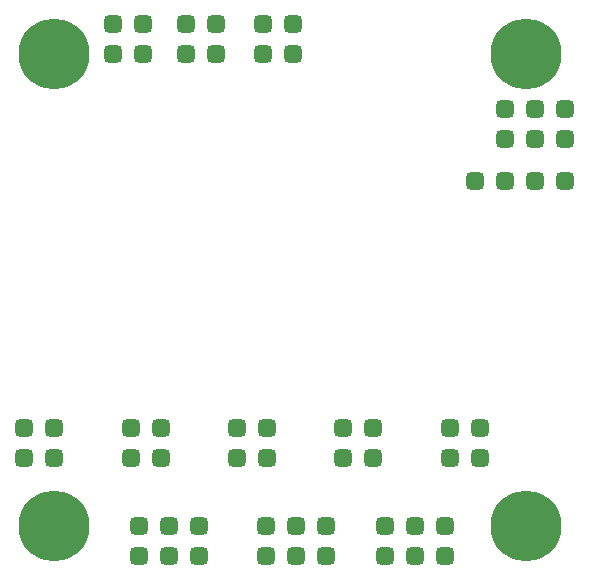
<source format=gbr>
%TF.GenerationSoftware,Altium Limited,Altium Designer,21.5.1 (32)*%
G04 Layer_Color=255*
%FSLAX45Y45*%
%MOMM*%
%TF.SameCoordinates,06A15EC1-A366-40CD-93CB-9F33A424241D*%
%TF.FilePolarity,Positive*%
%TF.FileFunction,Pads,Bot*%
%TF.Part,Single*%
G01*
G75*
%TA.AperFunction,ComponentPad*%
G04:AMPARAMS|DCode=42|XSize=1.5mm|YSize=1.5mm|CornerRadius=0.375mm|HoleSize=0mm|Usage=FLASHONLY|Rotation=180.000|XOffset=0mm|YOffset=0mm|HoleType=Round|Shape=RoundedRectangle|*
%AMROUNDEDRECTD42*
21,1,1.50000,0.75000,0,0,180.0*
21,1,0.75000,1.50000,0,0,180.0*
1,1,0.75000,-0.37500,0.37500*
1,1,0.75000,0.37500,0.37500*
1,1,0.75000,0.37500,-0.37500*
1,1,0.75000,-0.37500,-0.37500*
%
%ADD42ROUNDEDRECTD42*%
G04:AMPARAMS|DCode=43|XSize=1.5mm|YSize=1.5mm|CornerRadius=0.375mm|HoleSize=0mm|Usage=FLASHONLY|Rotation=270.000|XOffset=0mm|YOffset=0mm|HoleType=Round|Shape=RoundedRectangle|*
%AMROUNDEDRECTD43*
21,1,1.50000,0.75000,0,0,270.0*
21,1,0.75000,1.50000,0,0,270.0*
1,1,0.75000,-0.37500,-0.37500*
1,1,0.75000,-0.37500,0.37500*
1,1,0.75000,0.37500,0.37500*
1,1,0.75000,0.37500,-0.37500*
%
%ADD43ROUNDEDRECTD43*%
%TA.AperFunction,ViaPad*%
%ADD44C,6.00000*%
D42*
X3096000Y5804000D02*
D03*
X3350000D02*
D03*
Y5550000D02*
D03*
X3096000D02*
D03*
X3721000Y5804000D02*
D03*
X3975000D02*
D03*
Y5550000D02*
D03*
X3721000D02*
D03*
X4371000Y5804000D02*
D03*
X4625000D02*
D03*
Y5550000D02*
D03*
X4371000D02*
D03*
X6675000Y5078999D02*
D03*
X6929000D02*
D03*
Y4824999D02*
D03*
X6675000D02*
D03*
X6421000Y5078999D02*
D03*
Y4824999D02*
D03*
X5654000Y1554000D02*
D03*
X5908000D02*
D03*
Y1300000D02*
D03*
X5654000D02*
D03*
X5400000Y1554000D02*
D03*
Y1300000D02*
D03*
X4650000Y1550000D02*
D03*
X4904000D02*
D03*
Y1296000D02*
D03*
X4650000D02*
D03*
X4396000Y1550000D02*
D03*
Y1296000D02*
D03*
X3575000Y1554000D02*
D03*
X3829000D02*
D03*
Y1300000D02*
D03*
X3575000D02*
D03*
X3321000Y1554000D02*
D03*
Y1300000D02*
D03*
D43*
X5949999Y2125000D02*
D03*
Y2379000D02*
D03*
X6203999D02*
D03*
Y2125000D02*
D03*
X3249999D02*
D03*
Y2379000D02*
D03*
X3503999D02*
D03*
Y2125000D02*
D03*
X2346000D02*
D03*
Y2379000D02*
D03*
X2600000D02*
D03*
Y2125000D02*
D03*
X5049999D02*
D03*
Y2379000D02*
D03*
X5303999D02*
D03*
Y2125000D02*
D03*
X4149999D02*
D03*
Y2379000D02*
D03*
X4403999D02*
D03*
Y2125000D02*
D03*
X6929000Y4475000D02*
D03*
X6675000D02*
D03*
X6421000D02*
D03*
X6167000D02*
D03*
D44*
X2600000Y1550000D02*
D03*
X6600000D02*
D03*
X2600000Y5550000D02*
D03*
X6600000D02*
D03*
%TF.MD5,1adb6e03173fa216927b5822cf4d15bb*%
M02*

</source>
